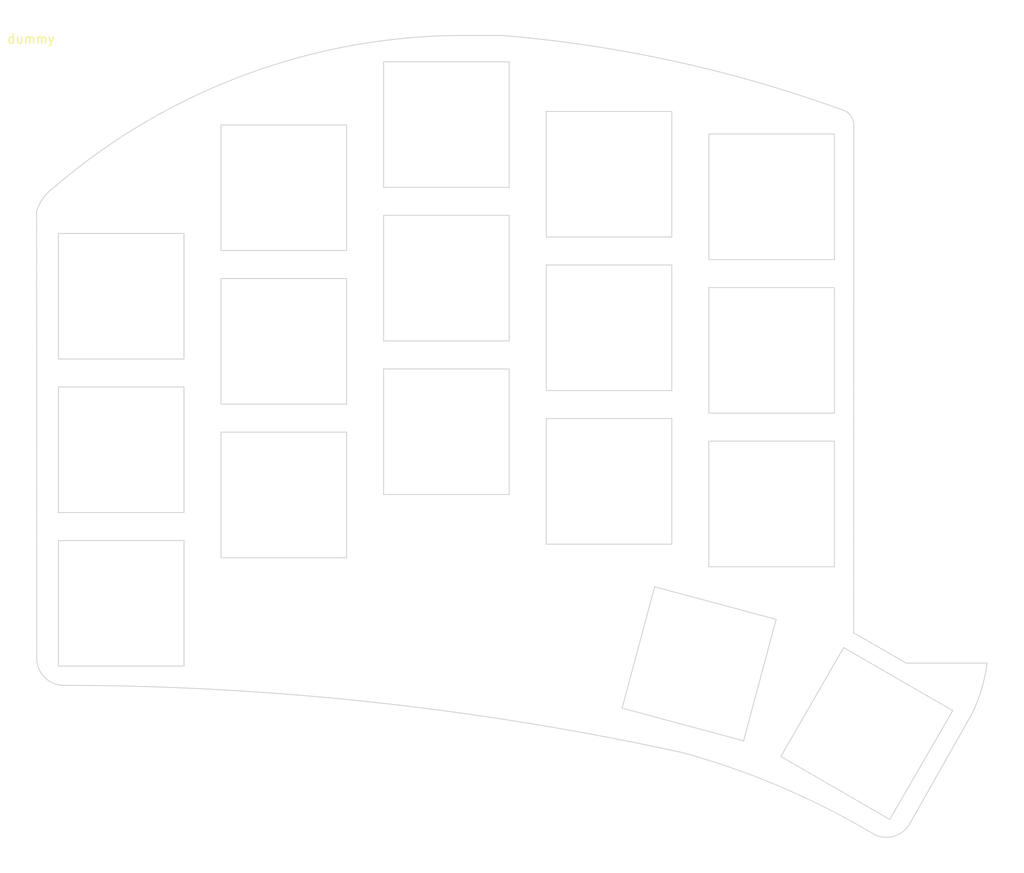
<source format=kicad_pcb>
(kicad_pcb (version 20171130) (host pcbnew 5.1.9)

  (general
    (thickness 1.6)
    (drawings 178)
    (tracks 0)
    (zones 0)
    (modules 1)
    (nets 1)
  )

  (page A4)
  (layers
    (0 F.Cu signal)
    (31 B.Cu signal)
    (32 B.Adhes user)
    (33 F.Adhes user)
    (34 B.Paste user)
    (35 F.Paste user)
    (36 B.SilkS user)
    (37 F.SilkS user)
    (38 B.Mask user)
    (39 F.Mask user)
    (40 Dwgs.User user)
    (41 Cmts.User user)
    (42 Eco1.User user)
    (43 Eco2.User user)
    (44 Edge.Cuts user)
    (45 Margin user)
    (46 B.CrtYd user)
    (47 F.CrtYd user)
    (48 B.Fab user)
    (49 F.Fab user)
  )

  (setup
    (last_trace_width 0.25)
    (trace_clearance 0.2)
    (zone_clearance 0.508)
    (zone_45_only no)
    (trace_min 0.2)
    (via_size 0.8)
    (via_drill 0.4)
    (via_min_size 0.4)
    (via_min_drill 0.3)
    (uvia_size 0.3)
    (uvia_drill 0.1)
    (uvias_allowed no)
    (uvia_min_size 0.2)
    (uvia_min_drill 0.1)
    (edge_width 0.1)
    (segment_width 0.2)
    (pcb_text_width 0.3)
    (pcb_text_size 1.5 1.5)
    (mod_edge_width 0.12)
    (mod_text_size 1 1)
    (mod_text_width 0.1)
    (pad_size 1.524 1.524)
    (pad_drill 0.762)
    (pad_to_mask_clearance 0.05)
    (aux_axis_origin 0 0)
    (visible_elements FFFFFFFF)
    (pcbplotparams
      (layerselection 0x01000_7ffffffe)
      (usegerberextensions false)
      (usegerberattributes true)
      (usegerberadvancedattributes true)
      (creategerberjobfile true)
      (excludeedgelayer true)
      (linewidth 0.100000)
      (plotframeref false)
      (viasonmask false)
      (mode 1)
      (useauxorigin false)
      (hpglpennumber 1)
      (hpglpenspeed 20)
      (hpglpendiameter 15.000000)
      (psnegative false)
      (psa4output false)
      (plotreference false)
      (plotvalue false)
      (plotinvisibletext false)
      (padsonsilk false)
      (subtractmaskfromsilk false)
      (outputformat 3)
      (mirror false)
      (drillshape 0)
      (scaleselection 1)
      (outputdirectory ""))
  )

  (net 0 "")

  (net_class Default "This is the default net class."
    (clearance 0.2)
    (trace_width 0.25)
    (via_dia 0.8)
    (via_drill 0.4)
    (uvia_dia 0.3)
    (uvia_drill 0.1)
  )

  (net_class Power ""
    (clearance 0.2)
    (trace_width 0.3)
    (via_dia 0.8)
    (via_drill 0.4)
    (uvia_dia 0.3)
    (uvia_drill 0.1)
  )

  (module dummy:dummy (layer F.Cu) (tedit 604AAE8F) (tstamp 606383FE)
    (at 12.01 12.03)
    (fp_text reference dummy (at 0 0.5) (layer F.SilkS)
      (effects (font (size 1 1) (thickness 0.15)))
    )
    (fp_text value dummy (at 0 -0.5) (layer F.Fab)
      (effects (font (size 1 1) (thickness 0.15)))
    )
  )

  (gr_line (start 116.174774 87.240588) (end 109.326469 99.33052) (layer Edge.Cuts) (width 0.1) (tstamp 60637E2F))
  (gr_arc (start 106.70685 97.938124) (end 105.29885 100.549389) (angle -90.34182972) (layer Edge.Cuts) (width 0.1) (tstamp 60637E1B))
  (gr_arc (start 61.59 173.76) (end 105.29885 100.549389) (angle -15.53366677) (layer Edge.Cuts) (width 0.1) (tstamp 60637DF1))
  (gr_arc (start 15.157962 407.009423) (end 84.096173 91.518105) (angle -12.26886215) (layer Edge.Cuts) (width 0.1) (tstamp 60637D5A))
  (gr_arc (start 15.157962 407.009438) (end 84.370665 90.557556) (angle -12.23959981) (layer Cmts.User) (width 0.1) (tstamp 60637D5A))
  (gr_arc (start 15.650018 81.077212) (end 12.650019 81.147211) (angle -85.4164945) (layer Edge.Cuts) (width 0.1) (tstamp 60637D36))
  (gr_line (start 12.631572 31.580502) (end 12.650019 81.147211) (layer Edge.Cuts) (width 0.1) (tstamp 60637C87))
  (gr_arc (start 17.470803 33.12706) (end 14.470803 29.02706) (angle -36.08355995) (layer Edge.Cuts) (width 0.1) (tstamp 60637C63))
  (gr_arc (start 59.971713 81.838125) (end 60.313324 12.129986) (angle -41.02828093) (layer Edge.Cuts) (width 0.1) (tstamp 60637C47))
  (gr_line (start 64.208611 12.13669) (end 60.313324 12.129986) (layer Edge.Cuts) (width 0.1) (tstamp 60637C32))
  (gr_arc (start 52.262974 156.65255) (end 102.086813 20.472092) (angle -15.37056041) (layer Edge.Cuts) (width 0.1) (tstamp 60637C12))
  (gr_arc (start 101.35 22.059419) (end 103.1 22.059419) (angle -65.09998996) (layer Edge.Cuts) (width 0.1) (tstamp 60637BFB))
  (gr_line (start 103.08 78.26) (end 103.1 22.059419) (layer Edge.Cuts) (width 0.1) (tstamp 60637B8B))
  (gr_line (start 108.9 81.62) (end 103.08 78.26) (layer Edge.Cuts) (width 0.1))
  (gr_line (start 117.84 81.62) (end 108.9 81.62) (layer Edge.Cuts) (width 0.1))
  (gr_arc (start 100.185923 79.446557) (end 116.174774 87.240588) (angle -18.96916069) (layer Edge.Cuts) (width 0.1) (tstamp 60637AD3))
  (gr_arc (start 101.34 21.839419) (end 107.08 21.81) (angle -70.48034004) (layer Cmts.User) (width 0.1) (tstamp 606377C6))
  (gr_line (start 121.883174 72.291074) (end 119.03 72.29) (layer Cmts.User) (width 0.1) (tstamp 6063766C))
  (gr_line (start 119.03 79.58) (end 119.03 72.29) (layer Cmts.User) (width 0.1))
  (gr_line (start 121.883174 79.581074) (end 119.03 79.58) (layer Cmts.User) (width 0.1))
  (gr_arc (start 118.58 53.26) (end 121.894999 53.129082) (angle -85.10000809) (layer Cmts.User) (width 0.1) (tstamp 6063753A))
  (gr_arc (start 100.161149 79.415969) (end 119.626163 89.058939) (angle -25.91833388) (layer Cmts.User) (width 0.1) (tstamp 606374FE))
  (gr_arc (start 106.688 97.938735) (end 104.608804 104.501378) (angle -79.78441836) (layer Cmts.User) (width 0.1) (tstamp 60637467))
  (gr_arc (start 16.848055 32.971668) (end 11.20874 27.019422) (angle -45.48652821) (layer Cmts.User) (width 0.1) (tstamp 6063720E))
  (gr_arc (start 58.385367 76.935854) (end 57.528777 8.258706) (angle -42.6690406) (layer Cmts.User) (width 0.1) (tstamp 6063712B))
  (gr_line (start 119.626163 89.058939) (end 112.777858 101.148871) (layer Cmts.User) (width 0.1) (tstamp 606370C4))
  (gr_arc (start 60.560804 178.672643) (end 104.608804 104.501378) (angle -18.59350635) (layer Cmts.User) (width 0.1) (tstamp 6063706F))
  (gr_line (start 121.894999 53.129082) (end 121.883174 72.291074) (layer Cmts.User) (width 0.1) (tstamp 6063700C))
  (gr_line (start 107.13 49.94) (end 118.732717 49.945934) (layer Cmts.User) (width 0.1) (tstamp 60636FED))
  (gr_line (start 107.13 49.94) (end 107.08 21.81) (layer Cmts.User) (width 0.1) (tstamp 60636F5A))
  (gr_arc (start 54.462442 151.952303) (end 103.23018 16.419485) (angle -15.71010077) (layer Cmts.User) (width 0.1) (tstamp 60636EE6))
  (gr_line (start 64.710171 8.277597) (end 57.528777 8.258706) (layer Cmts.User) (width 0.1) (tstamp 60636ECF))
  (gr_arc (start 14.439258 411.808108) (end 78.660051 94.327992) (angle -11.29848431) (layer Cmts.User) (width 0.1) (tstamp 60636E58))
  (gr_arc (start 15.03 81.5) (end 8.63 81.63) (angle -90.48950652) (layer Cmts.User) (width 0.1) (tstamp 60636E2B))
  (gr_arc (start 15.650018 81.077212) (end 13.650019 81.147211) (angle -89.7) (layer Cmts.User) (width 0.1) (tstamp 60636DE9))
  (gr_line (start 8.65 32.82) (end 8.63 81.63) (layer Cmts.User) (width 0.1) (tstamp 60636DD4))
  (gr_line (start 68.75 70.25) (end 68.75 82.75) (layer Cmts.User) (width 0.1) (tstamp 606369FE))
  (gr_line (start 67.25 70.25) (end 68.75 70.25) (layer Cmts.User) (width 0.1))
  (gr_line (start 67.25 82.75) (end 67.25 70.25) (layer Cmts.User) (width 0.1))
  (gr_line (start 68.75 82.75) (end 67.25 82.75) (layer Cmts.User) (width 0.1))
  (gr_line (start 70 84) (end 70 79.75) (layer Cmts.User) (width 0.1) (tstamp 606369F4))
  (gr_line (start 74 84) (end 70 84) (layer Cmts.User) (width 0.1))
  (gr_line (start 74 79.75) (end 74 84) (layer Cmts.User) (width 0.1))
  (gr_line (start 70 79.75) (end 74 79.75) (layer Cmts.User) (width 0.1))
  (gr_line (start 70 78.5) (end 70 74.25) (layer Cmts.User) (width 0.1) (tstamp 606369EA))
  (gr_line (start 74 78.5) (end 70 78.5) (layer Cmts.User) (width 0.1))
  (gr_line (start 74 74.25) (end 74 78.5) (layer Cmts.User) (width 0.1))
  (gr_line (start 70 74.25) (end 74 74.25) (layer Cmts.User) (width 0.1))
  (gr_line (start 54.25 84.75) (end 54.25 83.25) (layer Cmts.User) (width 0.1) (tstamp 606369DD))
  (gr_line (start 66.75 84.75) (end 54.25 84.75) (layer Cmts.User) (width 0.1))
  (gr_line (start 66.75 83.25) (end 66.75 84.75) (layer Cmts.User) (width 0.1))
  (gr_line (start 54.25 83.25) (end 66.75 83.25) (layer Cmts.User) (width 0.1))
  (gr_line (start 52.25 82.75) (end 52.25 70.25) (layer Cmts.User) (width 0.1) (tstamp 606369D3))
  (gr_line (start 53.75 82.75) (end 52.25 82.75) (layer Cmts.User) (width 0.1))
  (gr_line (start 53.75 70.25) (end 53.75 82.75) (layer Cmts.User) (width 0.1))
  (gr_line (start 52.25 70.25) (end 53.75 70.25) (layer Cmts.User) (width 0.1))
  (gr_line (start 54.25 69.75) (end 54.25 68.25) (layer Cmts.User) (width 0.1) (tstamp 606369CA))
  (gr_line (start 66.75 69.75) (end 54.25 69.75) (layer Cmts.User) (width 0.1))
  (gr_line (start 66.75 68.25) (end 66.75 69.75) (layer Cmts.User) (width 0.1))
  (gr_line (start 54.25 68.25) (end 66.75 68.25) (layer Cmts.User) (width 0.1))
  (gr_line (start 55.25 81.75) (end 55.25 71.25) (layer Cmts.User) (width 0.1) (tstamp 606369BE))
  (gr_line (start 65.75 81.75) (end 55.25 81.75) (layer Cmts.User) (width 0.1))
  (gr_line (start 65.75 71.25) (end 65.75 81.75) (layer Cmts.User) (width 0.1))
  (gr_line (start 55.25 71.25) (end 65.75 71.25) (layer Cmts.User) (width 0.1))
  (gr_line (start 52.5 65.5) (end 52.5 67.5) (layer Cmts.User) (width 0.1) (tstamp 606369A6))
  (gr_line (start 60.5 65.5) (end 52.5 65.5) (layer Cmts.User) (width 0.1))
  (gr_line (start 60.5 67.5) (end 60.5 65.5) (layer Cmts.User) (width 0.1))
  (gr_line (start 52.5 67.5) (end 60.5 67.5) (layer Cmts.User) (width 0.1))
  (gr_line (start 42.5 74.25) (end 38.5 74.25) (layer Cmts.User) (width 0.1) (tstamp 60636996))
  (gr_line (start 42.5 75.5) (end 42.5 74.25) (layer Cmts.User) (width 0.1))
  (gr_line (start 47.5 75.5) (end 42.5 75.5) (layer Cmts.User) (width 0.1))
  (gr_line (start 47.5 78) (end 47.5 75.5) (layer Cmts.User) (width 0.1))
  (gr_line (start 46.75 78) (end 47.5 78) (layer Cmts.User) (width 0.1))
  (gr_line (start 46.75 81.75) (end 46.75 78) (layer Cmts.User) (width 0.1))
  (gr_line (start 42.5 81.75) (end 46.75 81.75) (layer Cmts.User) (width 0.1))
  (gr_line (start 42.5 82.25) (end 42.5 81.75) (layer Cmts.User) (width 0.1))
  (gr_line (start 38.5 82.25) (end 42.5 82.25) (layer Cmts.User) (width 0.1))
  (gr_line (start 38.5 74.25) (end 38.5 82.25) (layer Cmts.User) (width 0.1))
  (gr_line (start 106.225 51.85) (end 103.875 51.85) (layer Eco1.User) (width 0.1) (tstamp 606367DF))
  (gr_line (start 103.65 72.925) (end 104.81 72.82) (layer Eco1.User) (width 0.1))
  (gr_line (start 103.875 51.85) (end 103.65 72.925) (layer Eco1.User) (width 0.1))
  (gr_line (start 116.975 51.875) (end 106.3 51.875) (layer Eco1.User) (width 0.1) (tstamp 6063679E))
  (gr_line (start 116.925 73.1) (end 116.975 51.875) (layer Eco1.User) (width 0.1))
  (gr_line (start 118.975 73.125) (end 116.925 73.1) (layer Eco1.User) (width 0.1))
  (gr_line (start 118.975 78.8) (end 118.975 73.125) (layer Eco1.User) (width 0.1))
  (gr_line (start 117.125 78.85) (end 118.975 78.8) (layer Eco1.User) (width 0.1))
  (gr_line (start 117.15 79.1) (end 117.125 78.85) (layer Eco1.User) (width 0.1))
  (gr_line (start 116.45 79.1) (end 117.15 79.1) (layer Eco1.User) (width 0.1))
  (gr_line (start 116.55 81.675) (end 116.45 79.1) (layer Eco1.User) (width 0.1))
  (gr_line (start 108.9 81.65) (end 116.55 81.675) (layer Eco1.User) (width 0.1))
  (gr_line (start 108.825 79.175) (end 108.9 81.65) (layer Eco1.User) (width 0.1))
  (gr_line (start 104.875 79.125) (end 108.825 79.175) (layer Eco1.User) (width 0.1))
  (gr_line (start 104.8 72.825) (end 104.875 79.125) (layer Eco1.User) (width 0.1))
  (gr_line (start 95.025 91.95) (end 101.975 79.9) (layer Edge.Cuts) (width 0.1) (tstamp 60636729))
  (gr_line (start 107.075 98.925) (end 95.025 91.95) (layer Edge.Cuts) (width 0.1))
  (gr_line (start 114.05 86.875) (end 107.075 98.925) (layer Edge.Cuts) (width 0.1))
  (gr_line (start 101.975 79.9) (end 114.05 86.875) (layer Edge.Cuts) (width 0.1))
  (gr_line (start 77.45 86.6) (end 81.05 73.175) (layer Edge.Cuts) (width 0.1) (tstamp 606366D7))
  (gr_line (start 90.9 90.225) (end 77.45 86.6) (layer Edge.Cuts) (width 0.1))
  (gr_line (start 94.5 76.775) (end 90.9 90.225) (layer Edge.Cuts) (width 0.1))
  (gr_line (start 81.05 73.175) (end 94.5 76.775) (layer Edge.Cuts) (width 0.1))
  (gr_line (start 100.95 53.95) (end 87.05 53.95) (layer Edge.Cuts) (width 0.1) (tstamp 6063653A))
  (gr_line (start 100.95 36.95) (end 87.05 36.95) (layer Edge.Cuts) (width 0.1) (tstamp 60636539))
  (gr_line (start 100.95 57.05) (end 100.95 70.95) (layer Edge.Cuts) (width 0.1) (tstamp 60636538))
  (gr_line (start 87.05 57.05) (end 100.95 57.05) (layer Edge.Cuts) (width 0.1) (tstamp 60636537))
  (gr_line (start 100.95 70.95) (end 87.05 70.95) (layer Edge.Cuts) (width 0.1) (tstamp 60636536))
  (gr_line (start 87.05 23.05) (end 100.95 23.05) (layer Edge.Cuts) (width 0.1) (tstamp 60636535))
  (gr_line (start 87.05 53.95) (end 87.05 40.05) (layer Edge.Cuts) (width 0.1) (tstamp 60636534))
  (gr_line (start 100.95 23.05) (end 100.95 36.95) (layer Edge.Cuts) (width 0.1) (tstamp 60636533))
  (gr_line (start 87.05 70.95) (end 87.05 57.05) (layer Edge.Cuts) (width 0.1) (tstamp 60636532))
  (gr_line (start 100.95 40.05) (end 100.95 53.95) (layer Edge.Cuts) (width 0.1) (tstamp 60636531))
  (gr_line (start 87.05 40.05) (end 100.95 40.05) (layer Edge.Cuts) (width 0.1) (tstamp 60636530))
  (gr_line (start 87.05 36.95) (end 87.05 23.05) (layer Edge.Cuts) (width 0.1) (tstamp 6063652F))
  (gr_line (start 82.95 51.45) (end 69.05 51.45) (layer Edge.Cuts) (width 0.1) (tstamp 60636516))
  (gr_line (start 82.95 34.45) (end 69.05 34.45) (layer Edge.Cuts) (width 0.1) (tstamp 60636515))
  (gr_line (start 69.05 20.55) (end 82.95 20.55) (layer Edge.Cuts) (width 0.1) (tstamp 60636514))
  (gr_line (start 69.05 51.45) (end 69.05 37.55) (layer Edge.Cuts) (width 0.1) (tstamp 60636513))
  (gr_line (start 82.95 37.55) (end 82.95 51.45) (layer Edge.Cuts) (width 0.1) (tstamp 60636512))
  (gr_line (start 69.05 37.55) (end 82.95 37.55) (layer Edge.Cuts) (width 0.1) (tstamp 60636511))
  (gr_line (start 82.95 20.55) (end 82.95 34.45) (layer Edge.Cuts) (width 0.1) (tstamp 60636510))
  (gr_line (start 69.05 68.45) (end 69.05 54.55) (layer Edge.Cuts) (width 0.1) (tstamp 6063650F))
  (gr_line (start 82.95 54.55) (end 82.95 68.45) (layer Edge.Cuts) (width 0.1) (tstamp 6063650E))
  (gr_line (start 69.05 54.55) (end 82.95 54.55) (layer Edge.Cuts) (width 0.1) (tstamp 6063650D))
  (gr_line (start 82.95 68.45) (end 69.05 68.45) (layer Edge.Cuts) (width 0.1) (tstamp 6063650C))
  (gr_line (start 69.05 34.45) (end 69.05 20.55) (layer Edge.Cuts) (width 0.1) (tstamp 6063650B))
  (gr_line (start 51.05 49.05) (end 64.95 49.05) (layer Edge.Cuts) (width 0.1) (tstamp 606364F2))
  (gr_line (start 64.95 62.95) (end 51.05 62.95) (layer Edge.Cuts) (width 0.1) (tstamp 606364F1))
  (gr_line (start 64.95 45.95) (end 51.05 45.95) (layer Edge.Cuts) (width 0.1) (tstamp 606364F0))
  (gr_line (start 64.95 32.05) (end 64.95 45.95) (layer Edge.Cuts) (width 0.1) (tstamp 606364EF))
  (gr_line (start 51.05 15.05) (end 64.95 15.05) (layer Edge.Cuts) (width 0.1) (tstamp 606364EE))
  (gr_line (start 64.95 15.05) (end 64.95 28.95) (layer Edge.Cuts) (width 0.1) (tstamp 606364ED))
  (gr_line (start 51.05 62.95) (end 51.05 49.05) (layer Edge.Cuts) (width 0.1) (tstamp 606364EC))
  (gr_line (start 64.95 49.05) (end 64.95 62.95) (layer Edge.Cuts) (width 0.1) (tstamp 606364EB))
  (gr_line (start 51.05 28.95) (end 51.05 15.05) (layer Edge.Cuts) (width 0.1) (tstamp 606364EA))
  (gr_line (start 51.05 32.05) (end 64.95 32.05) (layer Edge.Cuts) (width 0.1) (tstamp 606364E9))
  (gr_line (start 64.95 28.95) (end 51.05 28.95) (layer Edge.Cuts) (width 0.1) (tstamp 606364E8))
  (gr_line (start 51.05 45.95) (end 51.05 32.05) (layer Edge.Cuts) (width 0.1) (tstamp 606364E7))
  (gr_line (start 46.95 39.05) (end 46.95 52.95) (layer Edge.Cuts) (width 0.1) (tstamp 606364CE))
  (gr_line (start 46.95 22.05) (end 46.95 35.95) (layer Edge.Cuts) (width 0.1) (tstamp 606364CD))
  (gr_line (start 33.05 69.95) (end 33.05 56.05) (layer Edge.Cuts) (width 0.1) (tstamp 606364CC))
  (gr_line (start 33.05 22.05) (end 46.95 22.05) (layer Edge.Cuts) (width 0.1) (tstamp 606364CB))
  (gr_line (start 46.95 69.95) (end 33.05 69.95) (layer Edge.Cuts) (width 0.1) (tstamp 606364CA))
  (gr_line (start 46.95 35.95) (end 33.05 35.95) (layer Edge.Cuts) (width 0.1) (tstamp 606364C9))
  (gr_line (start 33.05 52.95) (end 33.05 39.05) (layer Edge.Cuts) (width 0.1) (tstamp 606364C8))
  (gr_line (start 33.05 39.05) (end 46.95 39.05) (layer Edge.Cuts) (width 0.1) (tstamp 606364C7))
  (gr_line (start 46.95 56.05) (end 46.95 69.95) (layer Edge.Cuts) (width 0.1) (tstamp 606364C6))
  (gr_line (start 46.95 52.95) (end 33.05 52.95) (layer Edge.Cuts) (width 0.1) (tstamp 606364C5))
  (gr_line (start 33.05 35.95) (end 33.05 22.05) (layer Edge.Cuts) (width 0.1) (tstamp 606364C4))
  (gr_line (start 33.05 56.05) (end 46.95 56.05) (layer Edge.Cuts) (width 0.1) (tstamp 606364C3))
  (gr_line (start 28.95 68.05) (end 28.95 81.95) (layer Edge.Cuts) (width 0.1) (tstamp 606363F9))
  (gr_line (start 15.05 81.95) (end 15.05 68.05) (layer Edge.Cuts) (width 0.1) (tstamp 606363F8))
  (gr_line (start 15.05 68.05) (end 28.95 68.05) (layer Edge.Cuts) (width 0.1) (tstamp 606363F7))
  (gr_line (start 28.95 81.95) (end 15.05 81.95) (layer Edge.Cuts) (width 0.1) (tstamp 606363F6))
  (gr_line (start 28.95 51.05) (end 28.95 64.95) (layer Edge.Cuts) (width 0.1) (tstamp 606363E4))
  (gr_line (start 15.05 51.05) (end 28.95 51.05) (layer Edge.Cuts) (width 0.1) (tstamp 606363E3))
  (gr_line (start 28.95 64.95) (end 15.05 64.95) (layer Edge.Cuts) (width 0.1) (tstamp 606363E2))
  (gr_line (start 15.05 64.95) (end 15.05 51.05) (layer Edge.Cuts) (width 0.1) (tstamp 606363E1))
  (gr_line (start 15.05 47.95) (end 15.05 34.05) (layer Edge.Cuts) (width 0.1) (tstamp 606363C2))
  (gr_line (start 28.95 47.95) (end 15.05 47.95) (layer Edge.Cuts) (width 0.1))
  (gr_line (start 28.95 34.05) (end 28.95 47.95) (layer Edge.Cuts) (width 0.1))
  (gr_line (start 15.05 34.05) (end 28.95 34.05) (layer Edge.Cuts) (width 0.1))
  (gr_arc (start 17.48 33.13) (end 15.035 29.885) (angle -35.4) (layer Cmts.User) (width 0.1) (tstamp 5F45BAB8))
  (gr_arc (start 52.262442 156.652303) (end 101.665245 21.378889) (angle -15.3) (layer Cmts.User) (width 0.1) (tstamp 5F45BAB6))
  (gr_arc (start 101.35 22.059419) (end 102.1 22.059419) (angle -65.1) (layer Cmts.User) (width 0.1) (tstamp 5F45BAB5))
  (gr_line (start 64.208637 13.136374) (end 60.008389 13.128139) (layer Cmts.User) (width 0.1) (tstamp 5F45BAB3))
  (gr_arc (start 60.008389 81.858139) (end 60.008389 13.128139) (angle -40.9) (layer Cmts.User) (width 0.1) (tstamp 5F45BAB2))
  (gr_line (start 116.965001 52.600918) (end 116.964908 79.587473) (layer Cmts.User) (width 0.1) (tstamp 5F359724))
  (gr_arc (start 15.157962 407.009453) (end 84.370665 90.557571) (angle -12.23959981) (layer Cmts.User) (width 0.1) (tstamp 5EDCBAB7))
  (gr_arc (start 100.191149 79.445969) (end 115.218305 86.900068) (angle -25.9) (layer Cmts.User) (width 0.1) (tstamp 5EDAA9C2))
  (gr_line (start 115.218305 86.900068) (end 108.37 98.99) (layer Cmts.User) (width 0.1) (tstamp 5EDAAAB5))
  (gr_line (start 102.15 49.899082) (end 102.1 22.059419) (layer Cmts.User) (width 0.1) (tstamp 5EDAB87D))
  (gr_arc (start 104.149999 49.829083) (end 102.15 49.899082) (angle -89) (layer Cmts.User) (width 0.1) (tstamp 5EDAB87A))
  (gr_arc (start 61.59 173.76) (end 105.638 99.588735) (angle -15.4) (layer Cmts.User) (width 0.1) (tstamp 5EDABA84))
  (gr_arc (start 15.650018 81.077212) (end 13.650019 81.147211) (angle -89.7) (layer Cmts.User) (width 0.1) (tstamp 5EDAA8DE))
  (gr_arc (start 106.708 97.938735) (end 105.638 99.588735) (angle -90.6) (layer Cmts.User) (width 0.1) (tstamp 5EDAABA5))
  (gr_arc (start 116.215001 52.600918) (end 116.965001 52.600918) (angle -90) (layer Cmts.User) (width 0.1) (tstamp 5EDAB58F))
  (gr_line (start 104.185001 51.83) (end 116.215001 51.850918) (layer Cmts.User) (width 0.1) (tstamp 5EDAB58C))
  (gr_line (start 13.608055 31.898702) (end 13.650019 81.147211) (layer Cmts.User) (width 0.1) (tstamp 5EDAB9D6))

)

</source>
